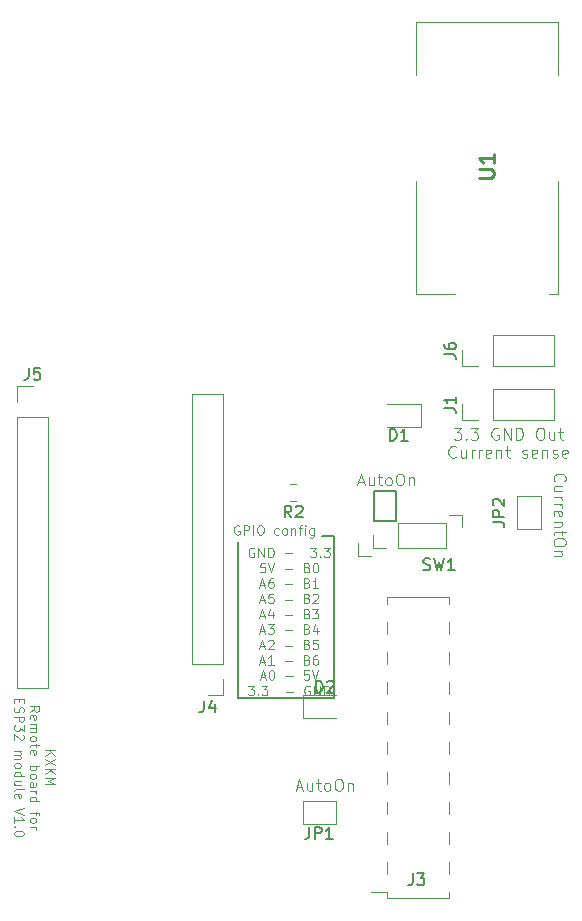
<source format=gto>
G04 #@! TF.GenerationSoftware,KiCad,Pcbnew,(5.0.0)*
G04 #@! TF.CreationDate,2020-03-09T19:14:55+01:00*
G04 #@! TF.ProjectId,KXKM_esp_remote_control_module,4B584B4D5F6573705F72656D6F74655F,rev?*
G04 #@! TF.SameCoordinates,Original*
G04 #@! TF.FileFunction,Legend,Top*
G04 #@! TF.FilePolarity,Positive*
%FSLAX46Y46*%
G04 Gerber Fmt 4.6, Leading zero omitted, Abs format (unit mm)*
G04 Created by KiCad (PCBNEW (5.0.0)) date 03/09/20 19:14:55*
%MOMM*%
%LPD*%
G01*
G04 APERTURE LIST*
%ADD10C,0.100000*%
%ADD11C,0.200000*%
%ADD12C,0.120000*%
%ADD13C,0.150000*%
%ADD14C,0.254000*%
G04 APERTURE END LIST*
D10*
X140638095Y-103962380D02*
X141438095Y-103962380D01*
X140638095Y-104419523D02*
X141095238Y-104076666D01*
X141438095Y-104419523D02*
X140980952Y-103962380D01*
X141438095Y-104686190D02*
X140638095Y-105219523D01*
X141438095Y-105219523D02*
X140638095Y-104686190D01*
X140638095Y-105524285D02*
X141438095Y-105524285D01*
X140638095Y-105981428D02*
X141095238Y-105638571D01*
X141438095Y-105981428D02*
X140980952Y-105524285D01*
X140638095Y-106324285D02*
X141438095Y-106324285D01*
X140866666Y-106590952D01*
X141438095Y-106857619D01*
X140638095Y-106857619D01*
X139338095Y-100705238D02*
X139719047Y-100438571D01*
X139338095Y-100248095D02*
X140138095Y-100248095D01*
X140138095Y-100552857D01*
X140100000Y-100629047D01*
X140061904Y-100667142D01*
X139985714Y-100705238D01*
X139871428Y-100705238D01*
X139795238Y-100667142D01*
X139757142Y-100629047D01*
X139719047Y-100552857D01*
X139719047Y-100248095D01*
X139376190Y-101352857D02*
X139338095Y-101276666D01*
X139338095Y-101124285D01*
X139376190Y-101048095D01*
X139452380Y-101010000D01*
X139757142Y-101010000D01*
X139833333Y-101048095D01*
X139871428Y-101124285D01*
X139871428Y-101276666D01*
X139833333Y-101352857D01*
X139757142Y-101390952D01*
X139680952Y-101390952D01*
X139604761Y-101010000D01*
X139338095Y-101733809D02*
X139871428Y-101733809D01*
X139795238Y-101733809D02*
X139833333Y-101771904D01*
X139871428Y-101848095D01*
X139871428Y-101962380D01*
X139833333Y-102038571D01*
X139757142Y-102076666D01*
X139338095Y-102076666D01*
X139757142Y-102076666D02*
X139833333Y-102114761D01*
X139871428Y-102190952D01*
X139871428Y-102305238D01*
X139833333Y-102381428D01*
X139757142Y-102419523D01*
X139338095Y-102419523D01*
X139338095Y-102914761D02*
X139376190Y-102838571D01*
X139414285Y-102800476D01*
X139490476Y-102762380D01*
X139719047Y-102762380D01*
X139795238Y-102800476D01*
X139833333Y-102838571D01*
X139871428Y-102914761D01*
X139871428Y-103029047D01*
X139833333Y-103105238D01*
X139795238Y-103143333D01*
X139719047Y-103181428D01*
X139490476Y-103181428D01*
X139414285Y-103143333D01*
X139376190Y-103105238D01*
X139338095Y-103029047D01*
X139338095Y-102914761D01*
X139871428Y-103410000D02*
X139871428Y-103714761D01*
X140138095Y-103524285D02*
X139452380Y-103524285D01*
X139376190Y-103562380D01*
X139338095Y-103638571D01*
X139338095Y-103714761D01*
X139376190Y-104286190D02*
X139338095Y-104210000D01*
X139338095Y-104057619D01*
X139376190Y-103981428D01*
X139452380Y-103943333D01*
X139757142Y-103943333D01*
X139833333Y-103981428D01*
X139871428Y-104057619D01*
X139871428Y-104210000D01*
X139833333Y-104286190D01*
X139757142Y-104324285D01*
X139680952Y-104324285D01*
X139604761Y-103943333D01*
X139338095Y-105276666D02*
X140138095Y-105276666D01*
X139833333Y-105276666D02*
X139871428Y-105352857D01*
X139871428Y-105505238D01*
X139833333Y-105581428D01*
X139795238Y-105619523D01*
X139719047Y-105657619D01*
X139490476Y-105657619D01*
X139414285Y-105619523D01*
X139376190Y-105581428D01*
X139338095Y-105505238D01*
X139338095Y-105352857D01*
X139376190Y-105276666D01*
X139338095Y-106114761D02*
X139376190Y-106038571D01*
X139414285Y-106000476D01*
X139490476Y-105962380D01*
X139719047Y-105962380D01*
X139795238Y-106000476D01*
X139833333Y-106038571D01*
X139871428Y-106114761D01*
X139871428Y-106229047D01*
X139833333Y-106305238D01*
X139795238Y-106343333D01*
X139719047Y-106381428D01*
X139490476Y-106381428D01*
X139414285Y-106343333D01*
X139376190Y-106305238D01*
X139338095Y-106229047D01*
X139338095Y-106114761D01*
X139338095Y-107067142D02*
X139757142Y-107067142D01*
X139833333Y-107029047D01*
X139871428Y-106952857D01*
X139871428Y-106800476D01*
X139833333Y-106724285D01*
X139376190Y-107067142D02*
X139338095Y-106990952D01*
X139338095Y-106800476D01*
X139376190Y-106724285D01*
X139452380Y-106686190D01*
X139528571Y-106686190D01*
X139604761Y-106724285D01*
X139642857Y-106800476D01*
X139642857Y-106990952D01*
X139680952Y-107067142D01*
X139338095Y-107448095D02*
X139871428Y-107448095D01*
X139719047Y-107448095D02*
X139795238Y-107486190D01*
X139833333Y-107524285D01*
X139871428Y-107600476D01*
X139871428Y-107676666D01*
X139338095Y-108286190D02*
X140138095Y-108286190D01*
X139376190Y-108286190D02*
X139338095Y-108210000D01*
X139338095Y-108057619D01*
X139376190Y-107981428D01*
X139414285Y-107943333D01*
X139490476Y-107905238D01*
X139719047Y-107905238D01*
X139795238Y-107943333D01*
X139833333Y-107981428D01*
X139871428Y-108057619D01*
X139871428Y-108210000D01*
X139833333Y-108286190D01*
X139871428Y-109162380D02*
X139871428Y-109467142D01*
X139338095Y-109276666D02*
X140023809Y-109276666D01*
X140100000Y-109314761D01*
X140138095Y-109390952D01*
X140138095Y-109467142D01*
X139338095Y-109848095D02*
X139376190Y-109771904D01*
X139414285Y-109733809D01*
X139490476Y-109695714D01*
X139719047Y-109695714D01*
X139795238Y-109733809D01*
X139833333Y-109771904D01*
X139871428Y-109848095D01*
X139871428Y-109962380D01*
X139833333Y-110038571D01*
X139795238Y-110076666D01*
X139719047Y-110114761D01*
X139490476Y-110114761D01*
X139414285Y-110076666D01*
X139376190Y-110038571D01*
X139338095Y-109962380D01*
X139338095Y-109848095D01*
X139338095Y-110457619D02*
X139871428Y-110457619D01*
X139719047Y-110457619D02*
X139795238Y-110495714D01*
X139833333Y-110533809D01*
X139871428Y-110610000D01*
X139871428Y-110686190D01*
X138457142Y-99619523D02*
X138457142Y-99886190D01*
X138038095Y-100000476D02*
X138038095Y-99619523D01*
X138838095Y-99619523D01*
X138838095Y-100000476D01*
X138076190Y-100305238D02*
X138038095Y-100419523D01*
X138038095Y-100610000D01*
X138076190Y-100686190D01*
X138114285Y-100724285D01*
X138190476Y-100762380D01*
X138266666Y-100762380D01*
X138342857Y-100724285D01*
X138380952Y-100686190D01*
X138419047Y-100610000D01*
X138457142Y-100457619D01*
X138495238Y-100381428D01*
X138533333Y-100343333D01*
X138609523Y-100305238D01*
X138685714Y-100305238D01*
X138761904Y-100343333D01*
X138800000Y-100381428D01*
X138838095Y-100457619D01*
X138838095Y-100648095D01*
X138800000Y-100762380D01*
X138038095Y-101105238D02*
X138838095Y-101105238D01*
X138838095Y-101410000D01*
X138800000Y-101486190D01*
X138761904Y-101524285D01*
X138685714Y-101562380D01*
X138571428Y-101562380D01*
X138495238Y-101524285D01*
X138457142Y-101486190D01*
X138419047Y-101410000D01*
X138419047Y-101105238D01*
X138838095Y-101829047D02*
X138838095Y-102324285D01*
X138533333Y-102057619D01*
X138533333Y-102171904D01*
X138495238Y-102248095D01*
X138457142Y-102286190D01*
X138380952Y-102324285D01*
X138190476Y-102324285D01*
X138114285Y-102286190D01*
X138076190Y-102248095D01*
X138038095Y-102171904D01*
X138038095Y-101943333D01*
X138076190Y-101867142D01*
X138114285Y-101829047D01*
X138761904Y-102629047D02*
X138800000Y-102667142D01*
X138838095Y-102743333D01*
X138838095Y-102933809D01*
X138800000Y-103010000D01*
X138761904Y-103048095D01*
X138685714Y-103086190D01*
X138609523Y-103086190D01*
X138495238Y-103048095D01*
X138038095Y-102590952D01*
X138038095Y-103086190D01*
X138038095Y-104038571D02*
X138571428Y-104038571D01*
X138495238Y-104038571D02*
X138533333Y-104076666D01*
X138571428Y-104152857D01*
X138571428Y-104267142D01*
X138533333Y-104343333D01*
X138457142Y-104381428D01*
X138038095Y-104381428D01*
X138457142Y-104381428D02*
X138533333Y-104419523D01*
X138571428Y-104495714D01*
X138571428Y-104610000D01*
X138533333Y-104686190D01*
X138457142Y-104724285D01*
X138038095Y-104724285D01*
X138038095Y-105219523D02*
X138076190Y-105143333D01*
X138114285Y-105105238D01*
X138190476Y-105067142D01*
X138419047Y-105067142D01*
X138495238Y-105105238D01*
X138533333Y-105143333D01*
X138571428Y-105219523D01*
X138571428Y-105333809D01*
X138533333Y-105410000D01*
X138495238Y-105448095D01*
X138419047Y-105486190D01*
X138190476Y-105486190D01*
X138114285Y-105448095D01*
X138076190Y-105410000D01*
X138038095Y-105333809D01*
X138038095Y-105219523D01*
X138038095Y-106171904D02*
X138838095Y-106171904D01*
X138076190Y-106171904D02*
X138038095Y-106095714D01*
X138038095Y-105943333D01*
X138076190Y-105867142D01*
X138114285Y-105829047D01*
X138190476Y-105790952D01*
X138419047Y-105790952D01*
X138495238Y-105829047D01*
X138533333Y-105867142D01*
X138571428Y-105943333D01*
X138571428Y-106095714D01*
X138533333Y-106171904D01*
X138571428Y-106895714D02*
X138038095Y-106895714D01*
X138571428Y-106552857D02*
X138152380Y-106552857D01*
X138076190Y-106590952D01*
X138038095Y-106667142D01*
X138038095Y-106781428D01*
X138076190Y-106857619D01*
X138114285Y-106895714D01*
X138038095Y-107390952D02*
X138076190Y-107314761D01*
X138152380Y-107276666D01*
X138838095Y-107276666D01*
X138076190Y-108000476D02*
X138038095Y-107924285D01*
X138038095Y-107771904D01*
X138076190Y-107695714D01*
X138152380Y-107657619D01*
X138457142Y-107657619D01*
X138533333Y-107695714D01*
X138571428Y-107771904D01*
X138571428Y-107924285D01*
X138533333Y-108000476D01*
X138457142Y-108038571D01*
X138380952Y-108038571D01*
X138304761Y-107657619D01*
X138838095Y-108876666D02*
X138038095Y-109143333D01*
X138838095Y-109410000D01*
X138038095Y-110095714D02*
X138038095Y-109638571D01*
X138038095Y-109867142D02*
X138838095Y-109867142D01*
X138723809Y-109790952D01*
X138647619Y-109714761D01*
X138609523Y-109638571D01*
X138114285Y-110438571D02*
X138076190Y-110476666D01*
X138038095Y-110438571D01*
X138076190Y-110400476D01*
X138114285Y-110438571D01*
X138038095Y-110438571D01*
X138838095Y-110971904D02*
X138838095Y-111048095D01*
X138800000Y-111124285D01*
X138761904Y-111162380D01*
X138685714Y-111200476D01*
X138533333Y-111238571D01*
X138342857Y-111238571D01*
X138190476Y-111200476D01*
X138114285Y-111162380D01*
X138076190Y-111124285D01*
X138038095Y-111048095D01*
X138038095Y-110971904D01*
X138076190Y-110895714D01*
X138114285Y-110857619D01*
X138190476Y-110819523D01*
X138342857Y-110781428D01*
X138533333Y-110781428D01*
X138685714Y-110819523D01*
X138761904Y-110857619D01*
X138800000Y-110895714D01*
X138838095Y-110971904D01*
D11*
X156972000Y-99568000D02*
X156972000Y-86360000D01*
X165100000Y-99568000D02*
X156972000Y-99568000D01*
X165100000Y-85852000D02*
X165100000Y-99568000D01*
X164084000Y-85852000D02*
X165100000Y-85852000D01*
D10*
X157067619Y-84944000D02*
X156991428Y-84905904D01*
X156877142Y-84905904D01*
X156762857Y-84944000D01*
X156686666Y-85020190D01*
X156648571Y-85096380D01*
X156610476Y-85248761D01*
X156610476Y-85363047D01*
X156648571Y-85515428D01*
X156686666Y-85591619D01*
X156762857Y-85667809D01*
X156877142Y-85705904D01*
X156953333Y-85705904D01*
X157067619Y-85667809D01*
X157105714Y-85629714D01*
X157105714Y-85363047D01*
X156953333Y-85363047D01*
X157448571Y-85705904D02*
X157448571Y-84905904D01*
X157753333Y-84905904D01*
X157829523Y-84944000D01*
X157867619Y-84982095D01*
X157905714Y-85058285D01*
X157905714Y-85172571D01*
X157867619Y-85248761D01*
X157829523Y-85286857D01*
X157753333Y-85324952D01*
X157448571Y-85324952D01*
X158248571Y-85705904D02*
X158248571Y-84905904D01*
X158781904Y-84905904D02*
X158934285Y-84905904D01*
X159010476Y-84944000D01*
X159086666Y-85020190D01*
X159124761Y-85172571D01*
X159124761Y-85439238D01*
X159086666Y-85591619D01*
X159010476Y-85667809D01*
X158934285Y-85705904D01*
X158781904Y-85705904D01*
X158705714Y-85667809D01*
X158629523Y-85591619D01*
X158591428Y-85439238D01*
X158591428Y-85172571D01*
X158629523Y-85020190D01*
X158705714Y-84944000D01*
X158781904Y-84905904D01*
X160420000Y-85667809D02*
X160343809Y-85705904D01*
X160191428Y-85705904D01*
X160115238Y-85667809D01*
X160077142Y-85629714D01*
X160039047Y-85553523D01*
X160039047Y-85324952D01*
X160077142Y-85248761D01*
X160115238Y-85210666D01*
X160191428Y-85172571D01*
X160343809Y-85172571D01*
X160420000Y-85210666D01*
X160877142Y-85705904D02*
X160800952Y-85667809D01*
X160762857Y-85629714D01*
X160724761Y-85553523D01*
X160724761Y-85324952D01*
X160762857Y-85248761D01*
X160800952Y-85210666D01*
X160877142Y-85172571D01*
X160991428Y-85172571D01*
X161067619Y-85210666D01*
X161105714Y-85248761D01*
X161143809Y-85324952D01*
X161143809Y-85553523D01*
X161105714Y-85629714D01*
X161067619Y-85667809D01*
X160991428Y-85705904D01*
X160877142Y-85705904D01*
X161486666Y-85172571D02*
X161486666Y-85705904D01*
X161486666Y-85248761D02*
X161524761Y-85210666D01*
X161600952Y-85172571D01*
X161715238Y-85172571D01*
X161791428Y-85210666D01*
X161829523Y-85286857D01*
X161829523Y-85705904D01*
X162096190Y-85172571D02*
X162400952Y-85172571D01*
X162210476Y-85705904D02*
X162210476Y-85020190D01*
X162248571Y-84944000D01*
X162324761Y-84905904D01*
X162400952Y-84905904D01*
X162667619Y-85705904D02*
X162667619Y-85172571D01*
X162667619Y-84905904D02*
X162629523Y-84944000D01*
X162667619Y-84982095D01*
X162705714Y-84944000D01*
X162667619Y-84905904D01*
X162667619Y-84982095D01*
X163391428Y-85172571D02*
X163391428Y-85820190D01*
X163353333Y-85896380D01*
X163315238Y-85934476D01*
X163239047Y-85972571D01*
X163124761Y-85972571D01*
X163048571Y-85934476D01*
X163391428Y-85667809D02*
X163315238Y-85705904D01*
X163162857Y-85705904D01*
X163086666Y-85667809D01*
X163048571Y-85629714D01*
X163010476Y-85553523D01*
X163010476Y-85324952D01*
X163048571Y-85248761D01*
X163086666Y-85210666D01*
X163162857Y-85172571D01*
X163315238Y-85172571D01*
X163391428Y-85210666D01*
X158318571Y-86841000D02*
X158242380Y-86802904D01*
X158128095Y-86802904D01*
X158013809Y-86841000D01*
X157937619Y-86917190D01*
X157899523Y-86993380D01*
X157861428Y-87145761D01*
X157861428Y-87260047D01*
X157899523Y-87412428D01*
X157937619Y-87488619D01*
X158013809Y-87564809D01*
X158128095Y-87602904D01*
X158204285Y-87602904D01*
X158318571Y-87564809D01*
X158356666Y-87526714D01*
X158356666Y-87260047D01*
X158204285Y-87260047D01*
X158699523Y-87602904D02*
X158699523Y-86802904D01*
X159156666Y-87602904D01*
X159156666Y-86802904D01*
X159537619Y-87602904D02*
X159537619Y-86802904D01*
X159728095Y-86802904D01*
X159842380Y-86841000D01*
X159918571Y-86917190D01*
X159956666Y-86993380D01*
X159994761Y-87145761D01*
X159994761Y-87260047D01*
X159956666Y-87412428D01*
X159918571Y-87488619D01*
X159842380Y-87564809D01*
X159728095Y-87602904D01*
X159537619Y-87602904D01*
X160947142Y-87298142D02*
X161556666Y-87298142D01*
X163080476Y-86802904D02*
X163575714Y-86802904D01*
X163309047Y-87107666D01*
X163423333Y-87107666D01*
X163499523Y-87145761D01*
X163537619Y-87183857D01*
X163575714Y-87260047D01*
X163575714Y-87450523D01*
X163537619Y-87526714D01*
X163499523Y-87564809D01*
X163423333Y-87602904D01*
X163194761Y-87602904D01*
X163118571Y-87564809D01*
X163080476Y-87526714D01*
X163918571Y-87526714D02*
X163956666Y-87564809D01*
X163918571Y-87602904D01*
X163880476Y-87564809D01*
X163918571Y-87526714D01*
X163918571Y-87602904D01*
X164223333Y-86802904D02*
X164718571Y-86802904D01*
X164451904Y-87107666D01*
X164566190Y-87107666D01*
X164642380Y-87145761D01*
X164680476Y-87183857D01*
X164718571Y-87260047D01*
X164718571Y-87450523D01*
X164680476Y-87526714D01*
X164642380Y-87564809D01*
X164566190Y-87602904D01*
X164337619Y-87602904D01*
X164261428Y-87564809D01*
X164223333Y-87526714D01*
X159251904Y-88102904D02*
X158870952Y-88102904D01*
X158832857Y-88483857D01*
X158870952Y-88445761D01*
X158947142Y-88407666D01*
X159137619Y-88407666D01*
X159213809Y-88445761D01*
X159251904Y-88483857D01*
X159290000Y-88560047D01*
X159290000Y-88750523D01*
X159251904Y-88826714D01*
X159213809Y-88864809D01*
X159137619Y-88902904D01*
X158947142Y-88902904D01*
X158870952Y-88864809D01*
X158832857Y-88826714D01*
X159518571Y-88102904D02*
X159785238Y-88902904D01*
X160051904Y-88102904D01*
X160928095Y-88598142D02*
X161537619Y-88598142D01*
X162794761Y-88483857D02*
X162909047Y-88521952D01*
X162947142Y-88560047D01*
X162985238Y-88636238D01*
X162985238Y-88750523D01*
X162947142Y-88826714D01*
X162909047Y-88864809D01*
X162832857Y-88902904D01*
X162528095Y-88902904D01*
X162528095Y-88102904D01*
X162794761Y-88102904D01*
X162870952Y-88141000D01*
X162909047Y-88179095D01*
X162947142Y-88255285D01*
X162947142Y-88331476D01*
X162909047Y-88407666D01*
X162870952Y-88445761D01*
X162794761Y-88483857D01*
X162528095Y-88483857D01*
X163480476Y-88102904D02*
X163556666Y-88102904D01*
X163632857Y-88141000D01*
X163670952Y-88179095D01*
X163709047Y-88255285D01*
X163747142Y-88407666D01*
X163747142Y-88598142D01*
X163709047Y-88750523D01*
X163670952Y-88826714D01*
X163632857Y-88864809D01*
X163556666Y-88902904D01*
X163480476Y-88902904D01*
X163404285Y-88864809D01*
X163366190Y-88826714D01*
X163328095Y-88750523D01*
X163290000Y-88598142D01*
X163290000Y-88407666D01*
X163328095Y-88255285D01*
X163366190Y-88179095D01*
X163404285Y-88141000D01*
X163480476Y-88102904D01*
X158832857Y-89974333D02*
X159213809Y-89974333D01*
X158756666Y-90202904D02*
X159023333Y-89402904D01*
X159290000Y-90202904D01*
X159899523Y-89402904D02*
X159747142Y-89402904D01*
X159670952Y-89441000D01*
X159632857Y-89479095D01*
X159556666Y-89593380D01*
X159518571Y-89745761D01*
X159518571Y-90050523D01*
X159556666Y-90126714D01*
X159594761Y-90164809D01*
X159670952Y-90202904D01*
X159823333Y-90202904D01*
X159899523Y-90164809D01*
X159937619Y-90126714D01*
X159975714Y-90050523D01*
X159975714Y-89860047D01*
X159937619Y-89783857D01*
X159899523Y-89745761D01*
X159823333Y-89707666D01*
X159670952Y-89707666D01*
X159594761Y-89745761D01*
X159556666Y-89783857D01*
X159518571Y-89860047D01*
X160928095Y-89898142D02*
X161537619Y-89898142D01*
X162794761Y-89783857D02*
X162909047Y-89821952D01*
X162947142Y-89860047D01*
X162985238Y-89936238D01*
X162985238Y-90050523D01*
X162947142Y-90126714D01*
X162909047Y-90164809D01*
X162832857Y-90202904D01*
X162528095Y-90202904D01*
X162528095Y-89402904D01*
X162794761Y-89402904D01*
X162870952Y-89441000D01*
X162909047Y-89479095D01*
X162947142Y-89555285D01*
X162947142Y-89631476D01*
X162909047Y-89707666D01*
X162870952Y-89745761D01*
X162794761Y-89783857D01*
X162528095Y-89783857D01*
X163747142Y-90202904D02*
X163290000Y-90202904D01*
X163518571Y-90202904D02*
X163518571Y-89402904D01*
X163442380Y-89517190D01*
X163366190Y-89593380D01*
X163290000Y-89631476D01*
X158832857Y-91274333D02*
X159213809Y-91274333D01*
X158756666Y-91502904D02*
X159023333Y-90702904D01*
X159290000Y-91502904D01*
X159937619Y-90702904D02*
X159556666Y-90702904D01*
X159518571Y-91083857D01*
X159556666Y-91045761D01*
X159632857Y-91007666D01*
X159823333Y-91007666D01*
X159899523Y-91045761D01*
X159937619Y-91083857D01*
X159975714Y-91160047D01*
X159975714Y-91350523D01*
X159937619Y-91426714D01*
X159899523Y-91464809D01*
X159823333Y-91502904D01*
X159632857Y-91502904D01*
X159556666Y-91464809D01*
X159518571Y-91426714D01*
X160928095Y-91198142D02*
X161537619Y-91198142D01*
X162794761Y-91083857D02*
X162909047Y-91121952D01*
X162947142Y-91160047D01*
X162985238Y-91236238D01*
X162985238Y-91350523D01*
X162947142Y-91426714D01*
X162909047Y-91464809D01*
X162832857Y-91502904D01*
X162528095Y-91502904D01*
X162528095Y-90702904D01*
X162794761Y-90702904D01*
X162870952Y-90741000D01*
X162909047Y-90779095D01*
X162947142Y-90855285D01*
X162947142Y-90931476D01*
X162909047Y-91007666D01*
X162870952Y-91045761D01*
X162794761Y-91083857D01*
X162528095Y-91083857D01*
X163290000Y-90779095D02*
X163328095Y-90741000D01*
X163404285Y-90702904D01*
X163594761Y-90702904D01*
X163670952Y-90741000D01*
X163709047Y-90779095D01*
X163747142Y-90855285D01*
X163747142Y-90931476D01*
X163709047Y-91045761D01*
X163251904Y-91502904D01*
X163747142Y-91502904D01*
X158832857Y-92574333D02*
X159213809Y-92574333D01*
X158756666Y-92802904D02*
X159023333Y-92002904D01*
X159290000Y-92802904D01*
X159899523Y-92269571D02*
X159899523Y-92802904D01*
X159709047Y-91964809D02*
X159518571Y-92536238D01*
X160013809Y-92536238D01*
X160928095Y-92498142D02*
X161537619Y-92498142D01*
X162794761Y-92383857D02*
X162909047Y-92421952D01*
X162947142Y-92460047D01*
X162985238Y-92536238D01*
X162985238Y-92650523D01*
X162947142Y-92726714D01*
X162909047Y-92764809D01*
X162832857Y-92802904D01*
X162528095Y-92802904D01*
X162528095Y-92002904D01*
X162794761Y-92002904D01*
X162870952Y-92041000D01*
X162909047Y-92079095D01*
X162947142Y-92155285D01*
X162947142Y-92231476D01*
X162909047Y-92307666D01*
X162870952Y-92345761D01*
X162794761Y-92383857D01*
X162528095Y-92383857D01*
X163251904Y-92002904D02*
X163747142Y-92002904D01*
X163480476Y-92307666D01*
X163594761Y-92307666D01*
X163670952Y-92345761D01*
X163709047Y-92383857D01*
X163747142Y-92460047D01*
X163747142Y-92650523D01*
X163709047Y-92726714D01*
X163670952Y-92764809D01*
X163594761Y-92802904D01*
X163366190Y-92802904D01*
X163290000Y-92764809D01*
X163251904Y-92726714D01*
X158832857Y-93874333D02*
X159213809Y-93874333D01*
X158756666Y-94102904D02*
X159023333Y-93302904D01*
X159290000Y-94102904D01*
X159480476Y-93302904D02*
X159975714Y-93302904D01*
X159709047Y-93607666D01*
X159823333Y-93607666D01*
X159899523Y-93645761D01*
X159937619Y-93683857D01*
X159975714Y-93760047D01*
X159975714Y-93950523D01*
X159937619Y-94026714D01*
X159899523Y-94064809D01*
X159823333Y-94102904D01*
X159594761Y-94102904D01*
X159518571Y-94064809D01*
X159480476Y-94026714D01*
X160928095Y-93798142D02*
X161537619Y-93798142D01*
X162794761Y-93683857D02*
X162909047Y-93721952D01*
X162947142Y-93760047D01*
X162985238Y-93836238D01*
X162985238Y-93950523D01*
X162947142Y-94026714D01*
X162909047Y-94064809D01*
X162832857Y-94102904D01*
X162528095Y-94102904D01*
X162528095Y-93302904D01*
X162794761Y-93302904D01*
X162870952Y-93341000D01*
X162909047Y-93379095D01*
X162947142Y-93455285D01*
X162947142Y-93531476D01*
X162909047Y-93607666D01*
X162870952Y-93645761D01*
X162794761Y-93683857D01*
X162528095Y-93683857D01*
X163670952Y-93569571D02*
X163670952Y-94102904D01*
X163480476Y-93264809D02*
X163290000Y-93836238D01*
X163785238Y-93836238D01*
X158832857Y-95174333D02*
X159213809Y-95174333D01*
X158756666Y-95402904D02*
X159023333Y-94602904D01*
X159290000Y-95402904D01*
X159518571Y-94679095D02*
X159556666Y-94641000D01*
X159632857Y-94602904D01*
X159823333Y-94602904D01*
X159899523Y-94641000D01*
X159937619Y-94679095D01*
X159975714Y-94755285D01*
X159975714Y-94831476D01*
X159937619Y-94945761D01*
X159480476Y-95402904D01*
X159975714Y-95402904D01*
X160928095Y-95098142D02*
X161537619Y-95098142D01*
X162794761Y-94983857D02*
X162909047Y-95021952D01*
X162947142Y-95060047D01*
X162985238Y-95136238D01*
X162985238Y-95250523D01*
X162947142Y-95326714D01*
X162909047Y-95364809D01*
X162832857Y-95402904D01*
X162528095Y-95402904D01*
X162528095Y-94602904D01*
X162794761Y-94602904D01*
X162870952Y-94641000D01*
X162909047Y-94679095D01*
X162947142Y-94755285D01*
X162947142Y-94831476D01*
X162909047Y-94907666D01*
X162870952Y-94945761D01*
X162794761Y-94983857D01*
X162528095Y-94983857D01*
X163709047Y-94602904D02*
X163328095Y-94602904D01*
X163290000Y-94983857D01*
X163328095Y-94945761D01*
X163404285Y-94907666D01*
X163594761Y-94907666D01*
X163670952Y-94945761D01*
X163709047Y-94983857D01*
X163747142Y-95060047D01*
X163747142Y-95250523D01*
X163709047Y-95326714D01*
X163670952Y-95364809D01*
X163594761Y-95402904D01*
X163404285Y-95402904D01*
X163328095Y-95364809D01*
X163290000Y-95326714D01*
X158832857Y-96474333D02*
X159213809Y-96474333D01*
X158756666Y-96702904D02*
X159023333Y-95902904D01*
X159290000Y-96702904D01*
X159975714Y-96702904D02*
X159518571Y-96702904D01*
X159747142Y-96702904D02*
X159747142Y-95902904D01*
X159670952Y-96017190D01*
X159594761Y-96093380D01*
X159518571Y-96131476D01*
X160928095Y-96398142D02*
X161537619Y-96398142D01*
X162794761Y-96283857D02*
X162909047Y-96321952D01*
X162947142Y-96360047D01*
X162985238Y-96436238D01*
X162985238Y-96550523D01*
X162947142Y-96626714D01*
X162909047Y-96664809D01*
X162832857Y-96702904D01*
X162528095Y-96702904D01*
X162528095Y-95902904D01*
X162794761Y-95902904D01*
X162870952Y-95941000D01*
X162909047Y-95979095D01*
X162947142Y-96055285D01*
X162947142Y-96131476D01*
X162909047Y-96207666D01*
X162870952Y-96245761D01*
X162794761Y-96283857D01*
X162528095Y-96283857D01*
X163670952Y-95902904D02*
X163518571Y-95902904D01*
X163442380Y-95941000D01*
X163404285Y-95979095D01*
X163328095Y-96093380D01*
X163290000Y-96245761D01*
X163290000Y-96550523D01*
X163328095Y-96626714D01*
X163366190Y-96664809D01*
X163442380Y-96702904D01*
X163594761Y-96702904D01*
X163670952Y-96664809D01*
X163709047Y-96626714D01*
X163747142Y-96550523D01*
X163747142Y-96360047D01*
X163709047Y-96283857D01*
X163670952Y-96245761D01*
X163594761Y-96207666D01*
X163442380Y-96207666D01*
X163366190Y-96245761D01*
X163328095Y-96283857D01*
X163290000Y-96360047D01*
X158890000Y-97774333D02*
X159270952Y-97774333D01*
X158813809Y-98002904D02*
X159080476Y-97202904D01*
X159347142Y-98002904D01*
X159766190Y-97202904D02*
X159842380Y-97202904D01*
X159918571Y-97241000D01*
X159956666Y-97279095D01*
X159994761Y-97355285D01*
X160032857Y-97507666D01*
X160032857Y-97698142D01*
X159994761Y-97850523D01*
X159956666Y-97926714D01*
X159918571Y-97964809D01*
X159842380Y-98002904D01*
X159766190Y-98002904D01*
X159690000Y-97964809D01*
X159651904Y-97926714D01*
X159613809Y-97850523D01*
X159575714Y-97698142D01*
X159575714Y-97507666D01*
X159613809Y-97355285D01*
X159651904Y-97279095D01*
X159690000Y-97241000D01*
X159766190Y-97202904D01*
X160985238Y-97698142D02*
X161594761Y-97698142D01*
X162966190Y-97202904D02*
X162585238Y-97202904D01*
X162547142Y-97583857D01*
X162585238Y-97545761D01*
X162661428Y-97507666D01*
X162851904Y-97507666D01*
X162928095Y-97545761D01*
X162966190Y-97583857D01*
X163004285Y-97660047D01*
X163004285Y-97850523D01*
X162966190Y-97926714D01*
X162928095Y-97964809D01*
X162851904Y-98002904D01*
X162661428Y-98002904D01*
X162585238Y-97964809D01*
X162547142Y-97926714D01*
X163232857Y-97202904D02*
X163499523Y-98002904D01*
X163766190Y-97202904D01*
X157823333Y-98502904D02*
X158318571Y-98502904D01*
X158051904Y-98807666D01*
X158166190Y-98807666D01*
X158242380Y-98845761D01*
X158280476Y-98883857D01*
X158318571Y-98960047D01*
X158318571Y-99150523D01*
X158280476Y-99226714D01*
X158242380Y-99264809D01*
X158166190Y-99302904D01*
X157937619Y-99302904D01*
X157861428Y-99264809D01*
X157823333Y-99226714D01*
X158661428Y-99226714D02*
X158699523Y-99264809D01*
X158661428Y-99302904D01*
X158623333Y-99264809D01*
X158661428Y-99226714D01*
X158661428Y-99302904D01*
X158966190Y-98502904D02*
X159461428Y-98502904D01*
X159194761Y-98807666D01*
X159309047Y-98807666D01*
X159385238Y-98845761D01*
X159423333Y-98883857D01*
X159461428Y-98960047D01*
X159461428Y-99150523D01*
X159423333Y-99226714D01*
X159385238Y-99264809D01*
X159309047Y-99302904D01*
X159080476Y-99302904D01*
X159004285Y-99264809D01*
X158966190Y-99226714D01*
X161023333Y-98998142D02*
X161632857Y-98998142D01*
X163042380Y-98541000D02*
X162966190Y-98502904D01*
X162851904Y-98502904D01*
X162737619Y-98541000D01*
X162661428Y-98617190D01*
X162623333Y-98693380D01*
X162585238Y-98845761D01*
X162585238Y-98960047D01*
X162623333Y-99112428D01*
X162661428Y-99188619D01*
X162737619Y-99264809D01*
X162851904Y-99302904D01*
X162928095Y-99302904D01*
X163042380Y-99264809D01*
X163080476Y-99226714D01*
X163080476Y-98960047D01*
X162928095Y-98960047D01*
X163423333Y-99302904D02*
X163423333Y-98502904D01*
X163880476Y-99302904D01*
X163880476Y-98502904D01*
X164261428Y-99302904D02*
X164261428Y-98502904D01*
X164451904Y-98502904D01*
X164566190Y-98541000D01*
X164642380Y-98617190D01*
X164680476Y-98693380D01*
X164718571Y-98845761D01*
X164718571Y-98960047D01*
X164680476Y-99112428D01*
X164642380Y-99188619D01*
X164566190Y-99264809D01*
X164451904Y-99302904D01*
X164261428Y-99302904D01*
X167114838Y-81243466D02*
X167591028Y-81243466D01*
X167019600Y-81529180D02*
X167352933Y-80529180D01*
X167686266Y-81529180D01*
X168448171Y-80862514D02*
X168448171Y-81529180D01*
X168019600Y-80862514D02*
X168019600Y-81386323D01*
X168067219Y-81481561D01*
X168162457Y-81529180D01*
X168305314Y-81529180D01*
X168400552Y-81481561D01*
X168448171Y-81433942D01*
X168781504Y-80862514D02*
X169162457Y-80862514D01*
X168924361Y-80529180D02*
X168924361Y-81386323D01*
X168971980Y-81481561D01*
X169067219Y-81529180D01*
X169162457Y-81529180D01*
X169638647Y-81529180D02*
X169543409Y-81481561D01*
X169495790Y-81433942D01*
X169448171Y-81338704D01*
X169448171Y-81052990D01*
X169495790Y-80957752D01*
X169543409Y-80910133D01*
X169638647Y-80862514D01*
X169781504Y-80862514D01*
X169876742Y-80910133D01*
X169924361Y-80957752D01*
X169971980Y-81052990D01*
X169971980Y-81338704D01*
X169924361Y-81433942D01*
X169876742Y-81481561D01*
X169781504Y-81529180D01*
X169638647Y-81529180D01*
X170591028Y-80529180D02*
X170781504Y-80529180D01*
X170876742Y-80576800D01*
X170971980Y-80672038D01*
X171019600Y-80862514D01*
X171019600Y-81195847D01*
X170971980Y-81386323D01*
X170876742Y-81481561D01*
X170781504Y-81529180D01*
X170591028Y-81529180D01*
X170495790Y-81481561D01*
X170400552Y-81386323D01*
X170352933Y-81195847D01*
X170352933Y-80862514D01*
X170400552Y-80672038D01*
X170495790Y-80576800D01*
X170591028Y-80529180D01*
X171448171Y-80862514D02*
X171448171Y-81529180D01*
X171448171Y-80957752D02*
X171495790Y-80910133D01*
X171591028Y-80862514D01*
X171733885Y-80862514D01*
X171829123Y-80910133D01*
X171876742Y-81005371D01*
X171876742Y-81529180D01*
X161933238Y-107100666D02*
X162409428Y-107100666D01*
X161838000Y-107386380D02*
X162171333Y-106386380D01*
X162504666Y-107386380D01*
X163266571Y-106719714D02*
X163266571Y-107386380D01*
X162838000Y-106719714D02*
X162838000Y-107243523D01*
X162885619Y-107338761D01*
X162980857Y-107386380D01*
X163123714Y-107386380D01*
X163218952Y-107338761D01*
X163266571Y-107291142D01*
X163599904Y-106719714D02*
X163980857Y-106719714D01*
X163742761Y-106386380D02*
X163742761Y-107243523D01*
X163790380Y-107338761D01*
X163885619Y-107386380D01*
X163980857Y-107386380D01*
X164457047Y-107386380D02*
X164361809Y-107338761D01*
X164314190Y-107291142D01*
X164266571Y-107195904D01*
X164266571Y-106910190D01*
X164314190Y-106814952D01*
X164361809Y-106767333D01*
X164457047Y-106719714D01*
X164599904Y-106719714D01*
X164695142Y-106767333D01*
X164742761Y-106814952D01*
X164790380Y-106910190D01*
X164790380Y-107195904D01*
X164742761Y-107291142D01*
X164695142Y-107338761D01*
X164599904Y-107386380D01*
X164457047Y-107386380D01*
X165409428Y-106386380D02*
X165599904Y-106386380D01*
X165695142Y-106434000D01*
X165790380Y-106529238D01*
X165838000Y-106719714D01*
X165838000Y-107053047D01*
X165790380Y-107243523D01*
X165695142Y-107338761D01*
X165599904Y-107386380D01*
X165409428Y-107386380D01*
X165314190Y-107338761D01*
X165218952Y-107243523D01*
X165171333Y-107053047D01*
X165171333Y-106719714D01*
X165218952Y-106529238D01*
X165314190Y-106434000D01*
X165409428Y-106386380D01*
X166266571Y-106719714D02*
X166266571Y-107386380D01*
X166266571Y-106814952D02*
X166314190Y-106767333D01*
X166409428Y-106719714D01*
X166552285Y-106719714D01*
X166647523Y-106767333D01*
X166695142Y-106862571D01*
X166695142Y-107386380D01*
X183792857Y-81169238D02*
X183745238Y-81121619D01*
X183697619Y-80978761D01*
X183697619Y-80883523D01*
X183745238Y-80740666D01*
X183840476Y-80645428D01*
X183935714Y-80597809D01*
X184126190Y-80550190D01*
X184269047Y-80550190D01*
X184459523Y-80597809D01*
X184554761Y-80645428D01*
X184650000Y-80740666D01*
X184697619Y-80883523D01*
X184697619Y-80978761D01*
X184650000Y-81121619D01*
X184602380Y-81169238D01*
X184364285Y-82026380D02*
X183697619Y-82026380D01*
X184364285Y-81597809D02*
X183840476Y-81597809D01*
X183745238Y-81645428D01*
X183697619Y-81740666D01*
X183697619Y-81883523D01*
X183745238Y-81978761D01*
X183792857Y-82026380D01*
X183697619Y-82502571D02*
X184364285Y-82502571D01*
X184173809Y-82502571D02*
X184269047Y-82550190D01*
X184316666Y-82597809D01*
X184364285Y-82693047D01*
X184364285Y-82788285D01*
X183697619Y-83121619D02*
X184364285Y-83121619D01*
X184173809Y-83121619D02*
X184269047Y-83169238D01*
X184316666Y-83216857D01*
X184364285Y-83312095D01*
X184364285Y-83407333D01*
X183745238Y-84121619D02*
X183697619Y-84026380D01*
X183697619Y-83835904D01*
X183745238Y-83740666D01*
X183840476Y-83693047D01*
X184221428Y-83693047D01*
X184316666Y-83740666D01*
X184364285Y-83835904D01*
X184364285Y-84026380D01*
X184316666Y-84121619D01*
X184221428Y-84169238D01*
X184126190Y-84169238D01*
X184030952Y-83693047D01*
X184364285Y-84597809D02*
X183697619Y-84597809D01*
X184269047Y-84597809D02*
X184316666Y-84645428D01*
X184364285Y-84740666D01*
X184364285Y-84883523D01*
X184316666Y-84978761D01*
X184221428Y-85026380D01*
X183697619Y-85026380D01*
X184364285Y-85359714D02*
X184364285Y-85740666D01*
X184697619Y-85502571D02*
X183840476Y-85502571D01*
X183745238Y-85550190D01*
X183697619Y-85645428D01*
X183697619Y-85740666D01*
X184697619Y-86264476D02*
X184697619Y-86454952D01*
X184650000Y-86550190D01*
X184554761Y-86645428D01*
X184364285Y-86693047D01*
X184030952Y-86693047D01*
X183840476Y-86645428D01*
X183745238Y-86550190D01*
X183697619Y-86454952D01*
X183697619Y-86264476D01*
X183745238Y-86169238D01*
X183840476Y-86074000D01*
X184030952Y-86026380D01*
X184364285Y-86026380D01*
X184554761Y-86074000D01*
X184650000Y-86169238D01*
X184697619Y-86264476D01*
X184364285Y-87121619D02*
X183697619Y-87121619D01*
X184269047Y-87121619D02*
X184316666Y-87169238D01*
X184364285Y-87264476D01*
X184364285Y-87407333D01*
X184316666Y-87502571D01*
X184221428Y-87550190D01*
X183697619Y-87550190D01*
X175403428Y-79097142D02*
X175355809Y-79144761D01*
X175212952Y-79192380D01*
X175117714Y-79192380D01*
X174974857Y-79144761D01*
X174879619Y-79049523D01*
X174832000Y-78954285D01*
X174784380Y-78763809D01*
X174784380Y-78620952D01*
X174832000Y-78430476D01*
X174879619Y-78335238D01*
X174974857Y-78240000D01*
X175117714Y-78192380D01*
X175212952Y-78192380D01*
X175355809Y-78240000D01*
X175403428Y-78287619D01*
X176260571Y-78525714D02*
X176260571Y-79192380D01*
X175832000Y-78525714D02*
X175832000Y-79049523D01*
X175879619Y-79144761D01*
X175974857Y-79192380D01*
X176117714Y-79192380D01*
X176212952Y-79144761D01*
X176260571Y-79097142D01*
X176736761Y-79192380D02*
X176736761Y-78525714D01*
X176736761Y-78716190D02*
X176784380Y-78620952D01*
X176832000Y-78573333D01*
X176927238Y-78525714D01*
X177022476Y-78525714D01*
X177355809Y-79192380D02*
X177355809Y-78525714D01*
X177355809Y-78716190D02*
X177403428Y-78620952D01*
X177451047Y-78573333D01*
X177546285Y-78525714D01*
X177641523Y-78525714D01*
X178355809Y-79144761D02*
X178260571Y-79192380D01*
X178070095Y-79192380D01*
X177974857Y-79144761D01*
X177927238Y-79049523D01*
X177927238Y-78668571D01*
X177974857Y-78573333D01*
X178070095Y-78525714D01*
X178260571Y-78525714D01*
X178355809Y-78573333D01*
X178403428Y-78668571D01*
X178403428Y-78763809D01*
X177927238Y-78859047D01*
X178832000Y-78525714D02*
X178832000Y-79192380D01*
X178832000Y-78620952D02*
X178879619Y-78573333D01*
X178974857Y-78525714D01*
X179117714Y-78525714D01*
X179212952Y-78573333D01*
X179260571Y-78668571D01*
X179260571Y-79192380D01*
X179593904Y-78525714D02*
X179974857Y-78525714D01*
X179736761Y-78192380D02*
X179736761Y-79049523D01*
X179784380Y-79144761D01*
X179879619Y-79192380D01*
X179974857Y-79192380D01*
X181022476Y-79144761D02*
X181117714Y-79192380D01*
X181308190Y-79192380D01*
X181403428Y-79144761D01*
X181451047Y-79049523D01*
X181451047Y-79001904D01*
X181403428Y-78906666D01*
X181308190Y-78859047D01*
X181165333Y-78859047D01*
X181070095Y-78811428D01*
X181022476Y-78716190D01*
X181022476Y-78668571D01*
X181070095Y-78573333D01*
X181165333Y-78525714D01*
X181308190Y-78525714D01*
X181403428Y-78573333D01*
X182260571Y-79144761D02*
X182165333Y-79192380D01*
X181974857Y-79192380D01*
X181879619Y-79144761D01*
X181832000Y-79049523D01*
X181832000Y-78668571D01*
X181879619Y-78573333D01*
X181974857Y-78525714D01*
X182165333Y-78525714D01*
X182260571Y-78573333D01*
X182308190Y-78668571D01*
X182308190Y-78763809D01*
X181832000Y-78859047D01*
X182736761Y-78525714D02*
X182736761Y-79192380D01*
X182736761Y-78620952D02*
X182784380Y-78573333D01*
X182879619Y-78525714D01*
X183022476Y-78525714D01*
X183117714Y-78573333D01*
X183165333Y-78668571D01*
X183165333Y-79192380D01*
X183593904Y-79144761D02*
X183689142Y-79192380D01*
X183879619Y-79192380D01*
X183974857Y-79144761D01*
X184022476Y-79049523D01*
X184022476Y-79001904D01*
X183974857Y-78906666D01*
X183879619Y-78859047D01*
X183736761Y-78859047D01*
X183641523Y-78811428D01*
X183593904Y-78716190D01*
X183593904Y-78668571D01*
X183641523Y-78573333D01*
X183736761Y-78525714D01*
X183879619Y-78525714D01*
X183974857Y-78573333D01*
X184832000Y-79144761D02*
X184736761Y-79192380D01*
X184546285Y-79192380D01*
X184451047Y-79144761D01*
X184403428Y-79049523D01*
X184403428Y-78668571D01*
X184451047Y-78573333D01*
X184546285Y-78525714D01*
X184736761Y-78525714D01*
X184832000Y-78573333D01*
X184879619Y-78668571D01*
X184879619Y-78763809D01*
X184403428Y-78859047D01*
X175236761Y-76668380D02*
X175855809Y-76668380D01*
X175522476Y-77049333D01*
X175665333Y-77049333D01*
X175760571Y-77096952D01*
X175808190Y-77144571D01*
X175855809Y-77239809D01*
X175855809Y-77477904D01*
X175808190Y-77573142D01*
X175760571Y-77620761D01*
X175665333Y-77668380D01*
X175379619Y-77668380D01*
X175284380Y-77620761D01*
X175236761Y-77573142D01*
X176284380Y-77573142D02*
X176332000Y-77620761D01*
X176284380Y-77668380D01*
X176236761Y-77620761D01*
X176284380Y-77573142D01*
X176284380Y-77668380D01*
X176665333Y-76668380D02*
X177284380Y-76668380D01*
X176951047Y-77049333D01*
X177093904Y-77049333D01*
X177189142Y-77096952D01*
X177236761Y-77144571D01*
X177284380Y-77239809D01*
X177284380Y-77477904D01*
X177236761Y-77573142D01*
X177189142Y-77620761D01*
X177093904Y-77668380D01*
X176808190Y-77668380D01*
X176712952Y-77620761D01*
X176665333Y-77573142D01*
X178998666Y-76716000D02*
X178903428Y-76668380D01*
X178760571Y-76668380D01*
X178617714Y-76716000D01*
X178522476Y-76811238D01*
X178474857Y-76906476D01*
X178427238Y-77096952D01*
X178427238Y-77239809D01*
X178474857Y-77430285D01*
X178522476Y-77525523D01*
X178617714Y-77620761D01*
X178760571Y-77668380D01*
X178855809Y-77668380D01*
X178998666Y-77620761D01*
X179046285Y-77573142D01*
X179046285Y-77239809D01*
X178855809Y-77239809D01*
X179474857Y-77668380D02*
X179474857Y-76668380D01*
X180046285Y-77668380D01*
X180046285Y-76668380D01*
X180522476Y-77668380D02*
X180522476Y-76668380D01*
X180760571Y-76668380D01*
X180903428Y-76716000D01*
X180998666Y-76811238D01*
X181046285Y-76906476D01*
X181093904Y-77096952D01*
X181093904Y-77239809D01*
X181046285Y-77430285D01*
X180998666Y-77525523D01*
X180903428Y-77620761D01*
X180760571Y-77668380D01*
X180522476Y-77668380D01*
X182474857Y-76668380D02*
X182665333Y-76668380D01*
X182760571Y-76716000D01*
X182855809Y-76811238D01*
X182903428Y-77001714D01*
X182903428Y-77335047D01*
X182855809Y-77525523D01*
X182760571Y-77620761D01*
X182665333Y-77668380D01*
X182474857Y-77668380D01*
X182379619Y-77620761D01*
X182284380Y-77525523D01*
X182236761Y-77335047D01*
X182236761Y-77001714D01*
X182284380Y-76811238D01*
X182379619Y-76716000D01*
X182474857Y-76668380D01*
X183760571Y-77001714D02*
X183760571Y-77668380D01*
X183332000Y-77001714D02*
X183332000Y-77525523D01*
X183379619Y-77620761D01*
X183474857Y-77668380D01*
X183617714Y-77668380D01*
X183712952Y-77620761D01*
X183760571Y-77573142D01*
X184093904Y-77001714D02*
X184474857Y-77001714D01*
X184236761Y-76668380D02*
X184236761Y-77525523D01*
X184284380Y-77620761D01*
X184379619Y-77668380D01*
X184474857Y-77668380D01*
D12*
G04 #@! TO.C,J6*
X183702000Y-71434000D02*
X183702000Y-68774000D01*
X178562000Y-71434000D02*
X183702000Y-71434000D01*
X178562000Y-68774000D02*
X183702000Y-68774000D01*
X178562000Y-71434000D02*
X178562000Y-68774000D01*
X177292000Y-71434000D02*
X175962000Y-71434000D01*
X175962000Y-71434000D02*
X175962000Y-70104000D01*
G04 #@! TO.C,J5*
X138243000Y-73142800D02*
X139573000Y-73142800D01*
X138243000Y-74472800D02*
X138243000Y-73142800D01*
X138243000Y-75742800D02*
X140903000Y-75742800D01*
X140903000Y-75742800D02*
X140903000Y-98662800D01*
X138243000Y-75742800D02*
X138243000Y-98662800D01*
X138243000Y-98662800D02*
X140903000Y-98662800D01*
G04 #@! TO.C,J3*
X174816760Y-116498680D02*
X169616760Y-116498680D01*
X169616760Y-116498680D02*
X169616760Y-115928680D01*
X169616760Y-114408680D02*
X169616760Y-113388680D01*
X169616760Y-111868680D02*
X169616760Y-110848680D01*
X169616760Y-109328680D02*
X169616760Y-108308680D01*
X169616760Y-106788680D02*
X169616760Y-105768680D01*
X169616760Y-104248680D02*
X169616760Y-103228680D01*
X169616760Y-101708680D02*
X169616760Y-100688680D01*
X169616760Y-99168680D02*
X169616760Y-98148680D01*
X169616760Y-96628680D02*
X169616760Y-95608680D01*
X169616760Y-94088680D02*
X169616760Y-93068680D01*
X169616760Y-91548680D02*
X169616760Y-90978680D01*
X174816760Y-90978680D02*
X169616760Y-90978680D01*
X174816760Y-116498680D02*
X174816760Y-115928680D01*
X174816760Y-114408680D02*
X174816760Y-113388680D01*
X174816760Y-111868680D02*
X174816760Y-110848680D01*
X174816760Y-109328680D02*
X174816760Y-108308680D01*
X174816760Y-106788680D02*
X174816760Y-105768680D01*
X174816760Y-104248680D02*
X174816760Y-103228680D01*
X174816760Y-101708680D02*
X174816760Y-100688680D01*
X174816760Y-99168680D02*
X174816760Y-98148680D01*
X174816760Y-96628680D02*
X174816760Y-95608680D01*
X174816760Y-94088680D02*
X174816760Y-93068680D01*
X174816760Y-91548680D02*
X174816760Y-90978680D01*
X169616760Y-115928680D02*
X168256760Y-115928680D01*
G04 #@! TO.C,J1*
X175962000Y-76006000D02*
X175962000Y-74676000D01*
X177292000Y-76006000D02*
X175962000Y-76006000D01*
X178562000Y-76006000D02*
X178562000Y-73346000D01*
X178562000Y-73346000D02*
X183702000Y-73346000D01*
X178562000Y-76006000D02*
X183702000Y-76006000D01*
X183702000Y-76006000D02*
X183702000Y-73346000D01*
G04 #@! TO.C,J4*
X155736600Y-73777800D02*
X153076600Y-73777800D01*
X155736600Y-96697800D02*
X155736600Y-73777800D01*
X153076600Y-96697800D02*
X153076600Y-73777800D01*
X155736600Y-96697800D02*
X153076600Y-96697800D01*
X155736600Y-97967800D02*
X155736600Y-99297800D01*
X155736600Y-99297800D02*
X154406600Y-99297800D01*
D10*
G04 #@! TO.C,U1*
X184054000Y-42304000D02*
X184054000Y-46804000D01*
X172054000Y-42304000D02*
X184054000Y-42304000D01*
X172054000Y-46804000D02*
X172054000Y-42304000D01*
X172054000Y-65304000D02*
X172054000Y-55804000D01*
X175324000Y-65304000D02*
X172054000Y-65304000D01*
X184054000Y-65304000D02*
X183324000Y-65304000D01*
X184054000Y-55804000D02*
X184054000Y-65304000D01*
D12*
G04 #@! TO.C,JP1*
X165230000Y-110220000D02*
X162430000Y-110220000D01*
X162430000Y-110220000D02*
X162430000Y-108220000D01*
X162430000Y-108220000D02*
X165230000Y-108220000D01*
X165230000Y-108220000D02*
X165230000Y-110220000D01*
G04 #@! TO.C,JP2*
X180610000Y-82420000D02*
X182610000Y-82420000D01*
X180610000Y-85220000D02*
X180610000Y-82420000D01*
X182610000Y-85220000D02*
X180610000Y-85220000D01*
X182610000Y-82420000D02*
X182610000Y-85220000D01*
G04 #@! TO.C,SW1*
X174554200Y-86835800D02*
X174554200Y-84715800D01*
X170494200Y-86835800D02*
X174554200Y-86835800D01*
X170494200Y-84715800D02*
X174554200Y-84715800D01*
X170494200Y-86835800D02*
X170494200Y-84715800D01*
X169494200Y-86835800D02*
X168434200Y-86835800D01*
X168434200Y-86835800D02*
X168434200Y-85775800D01*
X167106600Y-87503000D02*
X167106600Y-86443000D01*
X168192000Y-87528400D02*
X167132000Y-87528400D01*
X175895000Y-85083200D02*
X175895000Y-84023200D01*
X175895000Y-84023200D02*
X174835000Y-84023200D01*
D13*
X168503600Y-84582000D02*
X170332400Y-84582000D01*
X170332400Y-84582000D02*
X170332400Y-82025800D01*
X168503600Y-82016600D02*
X170332400Y-82016600D01*
X168503600Y-84572800D02*
X168503600Y-82016600D01*
D12*
G04 #@! TO.C,D1*
X169561000Y-76601200D02*
X172421000Y-76601200D01*
X172421000Y-76601200D02*
X172421000Y-74681200D01*
X172421000Y-74681200D02*
X169561000Y-74681200D01*
G04 #@! TO.C,R2*
X161906852Y-82853600D02*
X161384348Y-82853600D01*
X161906852Y-81433600D02*
X161384348Y-81433600D01*
G04 #@! TO.C,D2*
X165295000Y-99310000D02*
X162435000Y-99310000D01*
X162435000Y-99310000D02*
X162435000Y-101230000D01*
X162435000Y-101230000D02*
X165295000Y-101230000D01*
G04 #@! TO.C,J6*
D13*
X174414380Y-70437333D02*
X175128666Y-70437333D01*
X175271523Y-70484952D01*
X175366761Y-70580190D01*
X175414380Y-70723047D01*
X175414380Y-70818285D01*
X174414380Y-69532571D02*
X174414380Y-69723047D01*
X174462000Y-69818285D01*
X174509619Y-69865904D01*
X174652476Y-69961142D01*
X174842952Y-70008761D01*
X175223904Y-70008761D01*
X175319142Y-69961142D01*
X175366761Y-69913523D01*
X175414380Y-69818285D01*
X175414380Y-69627809D01*
X175366761Y-69532571D01*
X175319142Y-69484952D01*
X175223904Y-69437333D01*
X174985809Y-69437333D01*
X174890571Y-69484952D01*
X174842952Y-69532571D01*
X174795333Y-69627809D01*
X174795333Y-69818285D01*
X174842952Y-69913523D01*
X174890571Y-69961142D01*
X174985809Y-70008761D01*
G04 #@! TO.C,J5*
X139239666Y-71595180D02*
X139239666Y-72309466D01*
X139192047Y-72452323D01*
X139096809Y-72547561D01*
X138953952Y-72595180D01*
X138858714Y-72595180D01*
X140192047Y-71595180D02*
X139715857Y-71595180D01*
X139668238Y-72071371D01*
X139715857Y-72023752D01*
X139811095Y-71976133D01*
X140049190Y-71976133D01*
X140144428Y-72023752D01*
X140192047Y-72071371D01*
X140239666Y-72166609D01*
X140239666Y-72404704D01*
X140192047Y-72499942D01*
X140144428Y-72547561D01*
X140049190Y-72595180D01*
X139811095Y-72595180D01*
X139715857Y-72547561D01*
X139668238Y-72499942D01*
G04 #@! TO.C,J3*
X171751666Y-114387380D02*
X171751666Y-115101666D01*
X171704047Y-115244523D01*
X171608809Y-115339761D01*
X171465952Y-115387380D01*
X171370714Y-115387380D01*
X172132619Y-114387380D02*
X172751666Y-114387380D01*
X172418333Y-114768333D01*
X172561190Y-114768333D01*
X172656428Y-114815952D01*
X172704047Y-114863571D01*
X172751666Y-114958809D01*
X172751666Y-115196904D01*
X172704047Y-115292142D01*
X172656428Y-115339761D01*
X172561190Y-115387380D01*
X172275476Y-115387380D01*
X172180238Y-115339761D01*
X172132619Y-115292142D01*
G04 #@! TO.C,J1*
X174414380Y-75009333D02*
X175128666Y-75009333D01*
X175271523Y-75056952D01*
X175366761Y-75152190D01*
X175414380Y-75295047D01*
X175414380Y-75390285D01*
X175414380Y-74009333D02*
X175414380Y-74580761D01*
X175414380Y-74295047D02*
X174414380Y-74295047D01*
X174557238Y-74390285D01*
X174652476Y-74485523D01*
X174700095Y-74580761D01*
G04 #@! TO.C,J4*
X154073266Y-99750180D02*
X154073266Y-100464466D01*
X154025647Y-100607323D01*
X153930409Y-100702561D01*
X153787552Y-100750180D01*
X153692314Y-100750180D01*
X154978028Y-100083514D02*
X154978028Y-100750180D01*
X154739933Y-99702561D02*
X154501838Y-100416847D01*
X155120885Y-100416847D01*
G04 #@! TO.C,U1*
D14*
X177358523Y-55489619D02*
X178386619Y-55489619D01*
X178507571Y-55429142D01*
X178568047Y-55368666D01*
X178628523Y-55247714D01*
X178628523Y-55005809D01*
X178568047Y-54884857D01*
X178507571Y-54824380D01*
X178386619Y-54763904D01*
X177358523Y-54763904D01*
X178628523Y-53493904D02*
X178628523Y-54219619D01*
X178628523Y-53856761D02*
X177358523Y-53856761D01*
X177539952Y-53977714D01*
X177660904Y-54098666D01*
X177721380Y-54219619D01*
G04 #@! TO.C,JP1*
D13*
X162996666Y-110472380D02*
X162996666Y-111186666D01*
X162949047Y-111329523D01*
X162853809Y-111424761D01*
X162710952Y-111472380D01*
X162615714Y-111472380D01*
X163472857Y-111472380D02*
X163472857Y-110472380D01*
X163853809Y-110472380D01*
X163949047Y-110520000D01*
X163996666Y-110567619D01*
X164044285Y-110662857D01*
X164044285Y-110805714D01*
X163996666Y-110900952D01*
X163949047Y-110948571D01*
X163853809Y-110996190D01*
X163472857Y-110996190D01*
X164996666Y-111472380D02*
X164425238Y-111472380D01*
X164710952Y-111472380D02*
X164710952Y-110472380D01*
X164615714Y-110615238D01*
X164520476Y-110710476D01*
X164425238Y-110758095D01*
G04 #@! TO.C,JP2*
X178522380Y-84653333D02*
X179236666Y-84653333D01*
X179379523Y-84700952D01*
X179474761Y-84796190D01*
X179522380Y-84939047D01*
X179522380Y-85034285D01*
X179522380Y-84177142D02*
X178522380Y-84177142D01*
X178522380Y-83796190D01*
X178570000Y-83700952D01*
X178617619Y-83653333D01*
X178712857Y-83605714D01*
X178855714Y-83605714D01*
X178950952Y-83653333D01*
X178998571Y-83700952D01*
X179046190Y-83796190D01*
X179046190Y-84177142D01*
X178617619Y-83224761D02*
X178570000Y-83177142D01*
X178522380Y-83081904D01*
X178522380Y-82843809D01*
X178570000Y-82748571D01*
X178617619Y-82700952D01*
X178712857Y-82653333D01*
X178808095Y-82653333D01*
X178950952Y-82700952D01*
X179522380Y-83272380D01*
X179522380Y-82653333D01*
G04 #@! TO.C,SW1*
X172656666Y-88669761D02*
X172799523Y-88717380D01*
X173037619Y-88717380D01*
X173132857Y-88669761D01*
X173180476Y-88622142D01*
X173228095Y-88526904D01*
X173228095Y-88431666D01*
X173180476Y-88336428D01*
X173132857Y-88288809D01*
X173037619Y-88241190D01*
X172847142Y-88193571D01*
X172751904Y-88145952D01*
X172704285Y-88098333D01*
X172656666Y-88003095D01*
X172656666Y-87907857D01*
X172704285Y-87812619D01*
X172751904Y-87765000D01*
X172847142Y-87717380D01*
X173085238Y-87717380D01*
X173228095Y-87765000D01*
X173561428Y-87717380D02*
X173799523Y-88717380D01*
X173990000Y-88003095D01*
X174180476Y-88717380D01*
X174418571Y-87717380D01*
X175323333Y-88717380D02*
X174751904Y-88717380D01*
X175037619Y-88717380D02*
X175037619Y-87717380D01*
X174942380Y-87860238D01*
X174847142Y-87955476D01*
X174751904Y-88003095D01*
G04 #@! TO.C,D1*
X169822904Y-77743580D02*
X169822904Y-76743580D01*
X170061000Y-76743580D01*
X170203857Y-76791200D01*
X170299095Y-76886438D01*
X170346714Y-76981676D01*
X170394333Y-77172152D01*
X170394333Y-77315009D01*
X170346714Y-77505485D01*
X170299095Y-77600723D01*
X170203857Y-77695961D01*
X170061000Y-77743580D01*
X169822904Y-77743580D01*
X171346714Y-77743580D02*
X170775285Y-77743580D01*
X171061000Y-77743580D02*
X171061000Y-76743580D01*
X170965761Y-76886438D01*
X170870523Y-76981676D01*
X170775285Y-77029295D01*
G04 #@! TO.C,R2*
X161478933Y-84245980D02*
X161145600Y-83769790D01*
X160907504Y-84245980D02*
X160907504Y-83245980D01*
X161288457Y-83245980D01*
X161383695Y-83293600D01*
X161431314Y-83341219D01*
X161478933Y-83436457D01*
X161478933Y-83579314D01*
X161431314Y-83674552D01*
X161383695Y-83722171D01*
X161288457Y-83769790D01*
X160907504Y-83769790D01*
X161859885Y-83341219D02*
X161907504Y-83293600D01*
X162002742Y-83245980D01*
X162240838Y-83245980D01*
X162336076Y-83293600D01*
X162383695Y-83341219D01*
X162431314Y-83436457D01*
X162431314Y-83531695D01*
X162383695Y-83674552D01*
X161812266Y-84245980D01*
X162431314Y-84245980D01*
G04 #@! TO.C,D2*
X163556904Y-99072380D02*
X163556904Y-98072380D01*
X163795000Y-98072380D01*
X163937857Y-98120000D01*
X164033095Y-98215238D01*
X164080714Y-98310476D01*
X164128333Y-98500952D01*
X164128333Y-98643809D01*
X164080714Y-98834285D01*
X164033095Y-98929523D01*
X163937857Y-99024761D01*
X163795000Y-99072380D01*
X163556904Y-99072380D01*
X164509285Y-98167619D02*
X164556904Y-98120000D01*
X164652142Y-98072380D01*
X164890238Y-98072380D01*
X164985476Y-98120000D01*
X165033095Y-98167619D01*
X165080714Y-98262857D01*
X165080714Y-98358095D01*
X165033095Y-98500952D01*
X164461666Y-99072380D01*
X165080714Y-99072380D01*
G04 #@! TD*
M02*

</source>
